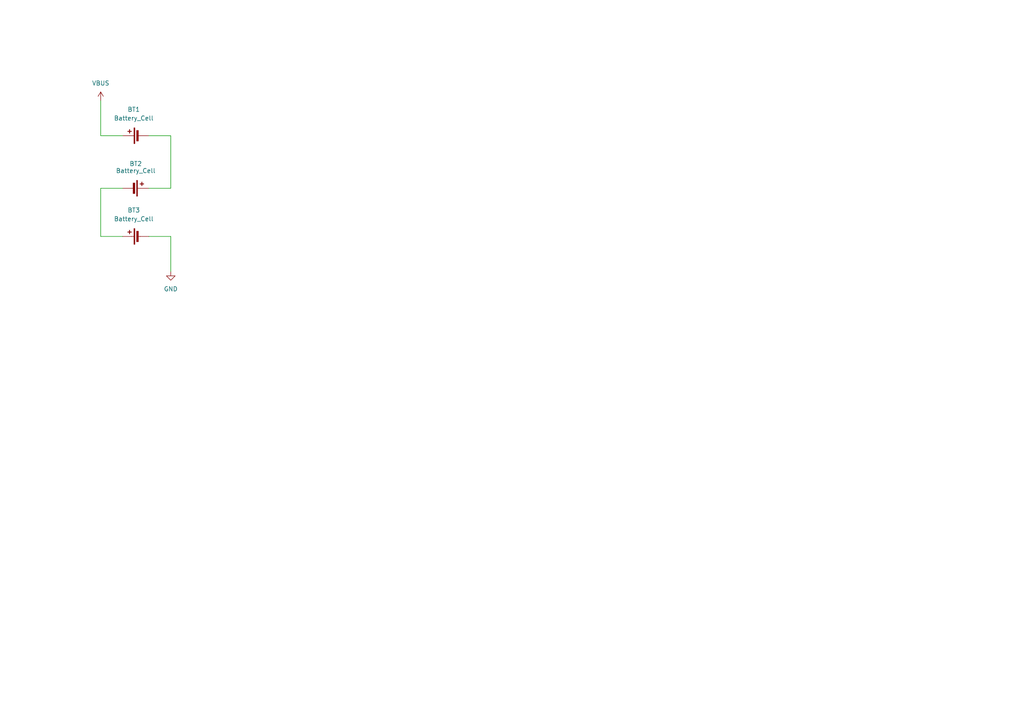
<source format=kicad_sch>
(kicad_sch (version 20250114) (generator "eeschema") (generator_version "9.0")
  (paper "A4")
  (lib_symbols
    (symbol "Device:Battery_Cell" (pin_numbers (hide yes)) (pin_names (offset 0) (hide yes))
      (property "Reference" "BT" (at 2.54 2.54 0))
      (property "Value" "Battery_Cell" (at 2.54 0 0))
      (symbol "Battery_Cell_0_1"
        (rectangle (start -2.286 1.778) (end 2.286 1.524) (fill (type outline)))
        (rectangle (start -1.524 1.016) (end 1.524 0.508) (fill (type outline)))
        (polyline (pts (xy 0 1.778) (xy 0 2.54)))
        (polyline (pts (xy 0 0.762) (xy 0 0)))
        (polyline (pts (xy 0.762 3.048) (xy 1.778 3.048)) (stroke (width 0.254)))
        (polyline (pts (xy 1.27 3.556) (xy 1.27 2.54)) (stroke (width 0.254)))
      )
      (symbol "Battery_Cell_1_1"
        (pin passive line (at 0 5.08 270) (length 2.54) (name "+") (number "1"))
        (pin passive line (at 0 -2.54 90) (length 2.54) (name "-") (number "2"))
      )
    )
    (symbol "power:GND" (power) (pin_numbers (hide yes)) (pin_names (offset 0) (hide yes))
      (property "Value" "GND" (at 0 -3.81 0))
      (symbol "GND_0_1"
        (polyline (pts (xy 0 0) (xy 0 -1.27) (xy 1.27 -1.27) (xy 0 -2.54) (xy -1.27 -1.27) (xy 0 -1.27)))
      )
      (symbol "GND_1_1"
        (pin power_in line (at 0 0 270) (length 0) (name "~") (number "1"))
      )
    )
    (symbol "power:VBUS" (power) (pin_numbers (hide yes)) (pin_names (offset 0) (hide yes))
      (property "Value" "VBUS" (at 0 3.556 0))
      (symbol "VBUS_0_1"
        (polyline (pts (xy -0.762 1.27) (xy 0 2.54)))
        (polyline (pts (xy 0 2.54) (xy 0.762 1.27)))
        (polyline (pts (xy 0 0) (xy 0 2.54)))
      )
      (symbol "VBUS_1_1"
        (pin power_in line (at 0 0 90) (length 0) (name "~") (number "1"))
      )
    )
  )
  (wire (pts (xy 43.18 54.61) (xy 49.53 54.61)))
  (wire (pts (xy 29.21 68.58) (xy 35.56 68.58)))
  (wire (pts (xy 35.56 39.37) (xy 29.21 39.37)))
  (wire (pts (xy 29.21 54.61) (xy 35.56 54.61)))
  (wire (pts (xy 49.53 68.58) (xy 49.53 78.74)))
  (wire (pts (xy 29.21 54.61) (xy 29.21 68.58)))
  (wire (pts (xy 43.18 68.58) (xy 49.53 68.58)))
  (wire (pts (xy 29.21 29.21) (xy 29.21 39.37)))
  (wire (pts (xy 43.18 39.37) (xy 49.53 39.37)))
  (wire (pts (xy 49.53 39.37) (xy 49.53 54.61)))
  (symbol (lib_id "power:VBUS") (at 29.21 29.21 0) (unit 1)
    (property "Reference" "#PWR01" (effects (hide yes)))
    (property "Value" "VBUS" (at 29.21 24.13 0))
    (property "Description" "Power symbol creates a global label with name \"VBUS\"" (effects (hide yes)))
  )
  (symbol (lib_id "Device:Battery_Cell") (at 38.1 54.61 270) (mirror x) (unit 1)
    (property "Reference" "BT2" (at 39.37 47.498 90))
    (property "Value" "Battery_Cell" (at 39.37 49.53 90))
    (property "Footprint" "Battery:BatteryHolder_MPD_BK-18650-PC2" (effects (hide yes)))
    (property "Description" "Single-cell battery" (effects (hide yes)))
  )
  (symbol (lib_id "Device:Battery_Cell") (at 40.64 68.58 90) (unit 1)
    (property "Reference" "BT3" (at 38.7985 60.96 90))
    (property "Value" "Battery_Cell" (at 38.7985 63.5 90))
    (property "Footprint" "Battery:BatteryHolder_MPD_BK-18650-PC2" (effects (hide yes)))
    (property "Description" "Single-cell battery" (effects (hide yes)))
  )
  (symbol (lib_id "Device:Battery_Cell") (at 40.64 39.37 90) (unit 1)
    (property "Reference" "BT1" (at 38.7985 31.75 90))
    (property "Value" "Battery_Cell" (at 38.7985 34.29 90))
    (property "Footprint" "Battery:BatteryHolder_MPD_BK-18650-PC2" (effects (hide yes)))
    (property "Description" "Single-cell battery" (effects (hide yes)))
  )
  (symbol (lib_id "power:GND") (at 49.53 78.74 0) (unit 1)
    (property "Reference" "#PWR02" (effects (hide yes)))
    (property "Value" "GND" (at 49.53 83.82 0))
    (property "Description" "Power symbol creates a global label with name \"GND\" , ground" (effects (hide yes)))
  )
)
</source>
